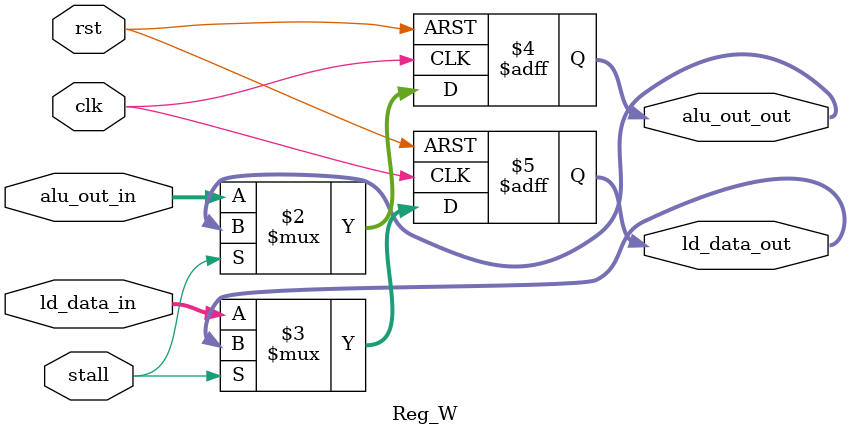
<source format=v>
module Reg_W ( 
    input clk, 
    input rst,
    input stall,
    input [31:0]alu_out_in, 
    input [31:0]ld_data_in, 
    output reg [31:0]alu_out_out,
    output reg [31:0]ld_data_out
);

always @(posedge clk or posedge rst) begin
    if(rst)begin
        alu_out_out <= 32'd0;
        ld_data_out <= 32'd0;
    end
    else begin
        alu_out_out <= (stall)? alu_out_out:alu_out_in;
        ld_data_out <= (stall)? ld_data_out:ld_data_in;
    end
end

endmodule

</source>
